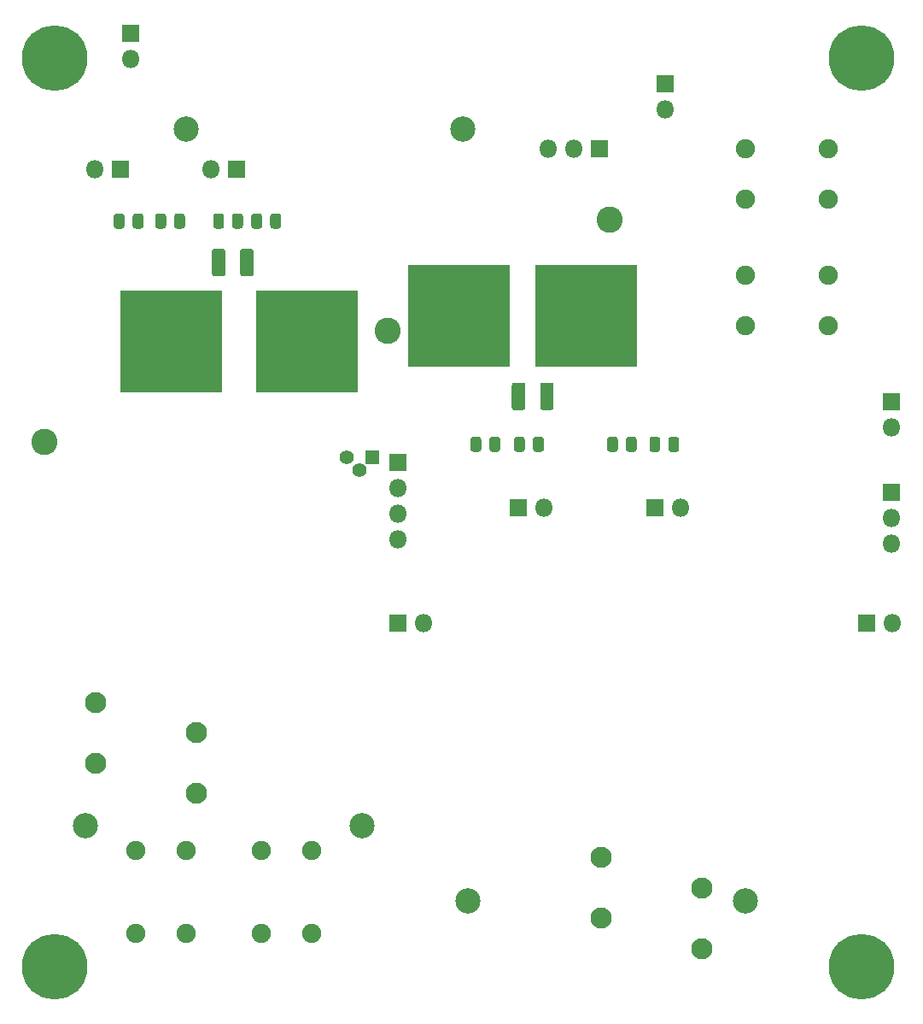
<source format=gbs>
G04 #@! TF.GenerationSoftware,KiCad,Pcbnew,5.1.6-c6e7f7d~86~ubuntu20.04.1*
G04 #@! TF.CreationDate,2020-09-04T11:15:15+02:00*
G04 #@! TF.ProjectId,Power,506f7765-722e-46b6-9963-61645f706362,rev?*
G04 #@! TF.SameCoordinates,Original*
G04 #@! TF.FileFunction,Soldermask,Bot*
G04 #@! TF.FilePolarity,Negative*
%FSLAX46Y46*%
G04 Gerber Fmt 4.6, Leading zero omitted, Abs format (unit mm)*
G04 Created by KiCad (PCBNEW 5.1.6-c6e7f7d~86~ubuntu20.04.1) date 2020-09-04 11:15:15*
%MOMM*%
%LPD*%
G01*
G04 APERTURE LIST*
%ADD10C,0.100000*%
%ADD11C,2.500000*%
%ADD12O,1.800000X1.800000*%
%ADD13R,1.800000X1.800000*%
%ADD14C,2.600000*%
%ADD15C,2.100000*%
%ADD16C,0.900000*%
%ADD17C,6.500000*%
%ADD18C,1.903400*%
%ADD19R,1.400000X1.400000*%
%ADD20C,1.400000*%
G04 APERTURE END LIST*
D10*
G36*
X92000000Y-77500000D02*
G01*
X82000000Y-77500000D01*
X82000000Y-67500000D01*
X92000000Y-67500000D01*
X92000000Y-77500000D01*
G37*
X92000000Y-77500000D02*
X82000000Y-77500000D01*
X82000000Y-67500000D01*
X92000000Y-67500000D01*
X92000000Y-77500000D01*
G36*
X77000000Y-80000000D02*
G01*
X67000000Y-80000000D01*
X67000000Y-70000000D01*
X77000000Y-70000000D01*
X77000000Y-80000000D01*
G37*
X77000000Y-80000000D02*
X67000000Y-80000000D01*
X67000000Y-70000000D01*
X77000000Y-70000000D01*
X77000000Y-80000000D01*
G36*
X104675000Y-77490000D02*
G01*
X94675000Y-77490000D01*
X94675000Y-67490000D01*
X104675000Y-67490000D01*
X104675000Y-77490000D01*
G37*
X104675000Y-77490000D02*
X94675000Y-77490000D01*
X94675000Y-67490000D01*
X104675000Y-67490000D01*
X104675000Y-77490000D01*
G36*
X63500000Y-80000000D02*
G01*
X53500000Y-80000000D01*
X53500000Y-70000000D01*
X63500000Y-70000000D01*
X63500000Y-80000000D01*
G37*
X63500000Y-80000000D02*
X53500000Y-80000000D01*
X53500000Y-70000000D01*
X63500000Y-70000000D01*
X63500000Y-80000000D01*
D11*
X115500000Y-130500000D03*
X88000000Y-130500000D03*
X50000000Y-123000000D03*
X77500000Y-123000000D03*
X87500000Y-54000000D03*
X60000000Y-54000000D03*
D12*
X54500000Y-47040000D03*
D13*
X54500000Y-44500000D03*
D12*
X83540000Y-103000000D03*
D13*
X81000000Y-103000000D03*
X130000000Y-90000000D03*
D12*
X130040000Y-103000000D03*
D13*
X127500000Y-103000000D03*
D12*
X130000000Y-92540000D03*
X130000000Y-95080000D03*
D13*
X81000000Y-87000000D03*
D12*
X81000000Y-89540000D03*
X81000000Y-92080000D03*
X81000000Y-94620000D03*
X130000000Y-83540000D03*
D13*
X130000000Y-81000000D03*
D12*
X62460000Y-58000000D03*
D13*
X65000000Y-58000000D03*
D12*
X50960000Y-58000000D03*
D13*
X53500000Y-58000000D03*
D12*
X95540000Y-91500000D03*
D13*
X93000000Y-91500000D03*
D12*
X109040000Y-91500000D03*
D13*
X106500000Y-91500000D03*
X107500000Y-49500000D03*
D12*
X107500000Y-52040000D03*
X95920000Y-56000000D03*
D13*
X101000000Y-56000000D03*
D12*
X98460000Y-56000000D03*
D14*
X102000000Y-63000000D03*
X80000000Y-74000000D03*
X46000000Y-85000000D03*
G36*
G01*
X63925000Y-66145000D02*
X63925000Y-68355000D01*
G75*
G02*
X63655000Y-68625000I-270000J0D01*
G01*
X62845000Y-68625000D01*
G75*
G02*
X62575000Y-68355000I0J270000D01*
G01*
X62575000Y-66145000D01*
G75*
G02*
X62845000Y-65875000I270000J0D01*
G01*
X63655000Y-65875000D01*
G75*
G02*
X63925000Y-66145000I0J-270000D01*
G01*
G37*
G36*
G01*
X66725000Y-66145000D02*
X66725000Y-68355000D01*
G75*
G02*
X66455000Y-68625000I-270000J0D01*
G01*
X65645000Y-68625000D01*
G75*
G02*
X65375000Y-68355000I0J270000D01*
G01*
X65375000Y-66145000D01*
G75*
G02*
X65645000Y-65875000I270000J0D01*
G01*
X66455000Y-65875000D01*
G75*
G02*
X66725000Y-66145000I0J-270000D01*
G01*
G37*
G36*
G01*
X95125000Y-81605000D02*
X95125000Y-79395000D01*
G75*
G02*
X95395000Y-79125000I270000J0D01*
G01*
X96205000Y-79125000D01*
G75*
G02*
X96475000Y-79395000I0J-270000D01*
G01*
X96475000Y-81605000D01*
G75*
G02*
X96205000Y-81875000I-270000J0D01*
G01*
X95395000Y-81875000D01*
G75*
G02*
X95125000Y-81605000I0J270000D01*
G01*
G37*
G36*
G01*
X92325000Y-81605000D02*
X92325000Y-79395000D01*
G75*
G02*
X92595000Y-79125000I270000J0D01*
G01*
X93405000Y-79125000D01*
G75*
G02*
X93675000Y-79395000I0J-270000D01*
G01*
X93675000Y-81605000D01*
G75*
G02*
X93405000Y-81875000I-270000J0D01*
G01*
X92595000Y-81875000D01*
G75*
G02*
X92325000Y-81605000I0J270000D01*
G01*
G37*
G36*
G01*
X63787500Y-62653750D02*
X63787500Y-63616250D01*
G75*
G02*
X63518750Y-63885000I-268750J0D01*
G01*
X62981250Y-63885000D01*
G75*
G02*
X62712500Y-63616250I0J268750D01*
G01*
X62712500Y-62653750D01*
G75*
G02*
X62981250Y-62385000I268750J0D01*
G01*
X63518750Y-62385000D01*
G75*
G02*
X63787500Y-62653750I0J-268750D01*
G01*
G37*
G36*
G01*
X65662500Y-62653750D02*
X65662500Y-63616250D01*
G75*
G02*
X65393750Y-63885000I-268750J0D01*
G01*
X64856250Y-63885000D01*
G75*
G02*
X64587500Y-63616250I0J268750D01*
G01*
X64587500Y-62653750D01*
G75*
G02*
X64856250Y-62385000I268750J0D01*
G01*
X65393750Y-62385000D01*
G75*
G02*
X65662500Y-62653750I0J-268750D01*
G01*
G37*
G36*
G01*
X94420000Y-85731250D02*
X94420000Y-84768750D01*
G75*
G02*
X94688750Y-84500000I268750J0D01*
G01*
X95226250Y-84500000D01*
G75*
G02*
X95495000Y-84768750I0J-268750D01*
G01*
X95495000Y-85731250D01*
G75*
G02*
X95226250Y-86000000I-268750J0D01*
G01*
X94688750Y-86000000D01*
G75*
G02*
X94420000Y-85731250I0J268750D01*
G01*
G37*
G36*
G01*
X92545000Y-85731250D02*
X92545000Y-84768750D01*
G75*
G02*
X92813750Y-84500000I268750J0D01*
G01*
X93351250Y-84500000D01*
G75*
G02*
X93620000Y-84768750I0J-268750D01*
G01*
X93620000Y-85731250D01*
G75*
G02*
X93351250Y-86000000I-268750J0D01*
G01*
X92813750Y-86000000D01*
G75*
G02*
X92545000Y-85731250I0J268750D01*
G01*
G37*
G36*
G01*
X53925000Y-62653750D02*
X53925000Y-63616250D01*
G75*
G02*
X53656250Y-63885000I-268750J0D01*
G01*
X53118750Y-63885000D01*
G75*
G02*
X52850000Y-63616250I0J268750D01*
G01*
X52850000Y-62653750D01*
G75*
G02*
X53118750Y-62385000I268750J0D01*
G01*
X53656250Y-62385000D01*
G75*
G02*
X53925000Y-62653750I0J-268750D01*
G01*
G37*
G36*
G01*
X55800000Y-62653750D02*
X55800000Y-63616250D01*
G75*
G02*
X55531250Y-63885000I-268750J0D01*
G01*
X54993750Y-63885000D01*
G75*
G02*
X54725000Y-63616250I0J268750D01*
G01*
X54725000Y-62653750D01*
G75*
G02*
X54993750Y-62385000I268750J0D01*
G01*
X55531250Y-62385000D01*
G75*
G02*
X55800000Y-62653750I0J-268750D01*
G01*
G37*
G36*
G01*
X107837500Y-85731250D02*
X107837500Y-84768750D01*
G75*
G02*
X108106250Y-84500000I268750J0D01*
G01*
X108643750Y-84500000D01*
G75*
G02*
X108912500Y-84768750I0J-268750D01*
G01*
X108912500Y-85731250D01*
G75*
G02*
X108643750Y-86000000I-268750J0D01*
G01*
X108106250Y-86000000D01*
G75*
G02*
X107837500Y-85731250I0J268750D01*
G01*
G37*
G36*
G01*
X105962500Y-85731250D02*
X105962500Y-84768750D01*
G75*
G02*
X106231250Y-84500000I268750J0D01*
G01*
X106768750Y-84500000D01*
G75*
G02*
X107037500Y-84768750I0J-268750D01*
G01*
X107037500Y-85731250D01*
G75*
G02*
X106768750Y-86000000I-268750J0D01*
G01*
X106231250Y-86000000D01*
G75*
G02*
X105962500Y-85731250I0J268750D01*
G01*
G37*
G36*
G01*
X67562500Y-62653750D02*
X67562500Y-63616250D01*
G75*
G02*
X67293750Y-63885000I-268750J0D01*
G01*
X66756250Y-63885000D01*
G75*
G02*
X66487500Y-63616250I0J268750D01*
G01*
X66487500Y-62653750D01*
G75*
G02*
X66756250Y-62385000I268750J0D01*
G01*
X67293750Y-62385000D01*
G75*
G02*
X67562500Y-62653750I0J-268750D01*
G01*
G37*
G36*
G01*
X69437500Y-62653750D02*
X69437500Y-63616250D01*
G75*
G02*
X69168750Y-63885000I-268750J0D01*
G01*
X68631250Y-63885000D01*
G75*
G02*
X68362500Y-63616250I0J268750D01*
G01*
X68362500Y-62653750D01*
G75*
G02*
X68631250Y-62385000I268750J0D01*
G01*
X69168750Y-62385000D01*
G75*
G02*
X69437500Y-62653750I0J-268750D01*
G01*
G37*
G36*
G01*
X90100000Y-85731250D02*
X90100000Y-84768750D01*
G75*
G02*
X90368750Y-84500000I268750J0D01*
G01*
X90906250Y-84500000D01*
G75*
G02*
X91175000Y-84768750I0J-268750D01*
G01*
X91175000Y-85731250D01*
G75*
G02*
X90906250Y-86000000I-268750J0D01*
G01*
X90368750Y-86000000D01*
G75*
G02*
X90100000Y-85731250I0J268750D01*
G01*
G37*
G36*
G01*
X88225000Y-85731250D02*
X88225000Y-84768750D01*
G75*
G02*
X88493750Y-84500000I268750J0D01*
G01*
X89031250Y-84500000D01*
G75*
G02*
X89300000Y-84768750I0J-268750D01*
G01*
X89300000Y-85731250D01*
G75*
G02*
X89031250Y-86000000I-268750J0D01*
G01*
X88493750Y-86000000D01*
G75*
G02*
X88225000Y-85731250I0J268750D01*
G01*
G37*
G36*
G01*
X58037500Y-62653750D02*
X58037500Y-63616250D01*
G75*
G02*
X57768750Y-63885000I-268750J0D01*
G01*
X57231250Y-63885000D01*
G75*
G02*
X56962500Y-63616250I0J268750D01*
G01*
X56962500Y-62653750D01*
G75*
G02*
X57231250Y-62385000I268750J0D01*
G01*
X57768750Y-62385000D01*
G75*
G02*
X58037500Y-62653750I0J-268750D01*
G01*
G37*
G36*
G01*
X59912500Y-62653750D02*
X59912500Y-63616250D01*
G75*
G02*
X59643750Y-63885000I-268750J0D01*
G01*
X59106250Y-63885000D01*
G75*
G02*
X58837500Y-63616250I0J268750D01*
G01*
X58837500Y-62653750D01*
G75*
G02*
X59106250Y-62385000I268750J0D01*
G01*
X59643750Y-62385000D01*
G75*
G02*
X59912500Y-62653750I0J-268750D01*
G01*
G37*
G36*
G01*
X103635000Y-85731250D02*
X103635000Y-84768750D01*
G75*
G02*
X103903750Y-84500000I268750J0D01*
G01*
X104441250Y-84500000D01*
G75*
G02*
X104710000Y-84768750I0J-268750D01*
G01*
X104710000Y-85731250D01*
G75*
G02*
X104441250Y-86000000I-268750J0D01*
G01*
X103903750Y-86000000D01*
G75*
G02*
X103635000Y-85731250I0J268750D01*
G01*
G37*
G36*
G01*
X101760000Y-85731250D02*
X101760000Y-84768750D01*
G75*
G02*
X102028750Y-84500000I268750J0D01*
G01*
X102566250Y-84500000D01*
G75*
G02*
X102835000Y-84768750I0J-268750D01*
G01*
X102835000Y-85731250D01*
G75*
G02*
X102566250Y-86000000I-268750J0D01*
G01*
X102028750Y-86000000D01*
G75*
G02*
X101760000Y-85731250I0J268750D01*
G01*
G37*
D15*
X51060000Y-116810000D03*
X61060000Y-119810000D03*
X51060000Y-110810000D03*
X61060000Y-113810000D03*
X101135000Y-132175000D03*
X111135000Y-135175000D03*
X101135000Y-126175000D03*
X111135000Y-129175000D03*
D16*
X48697056Y-45302944D03*
X47000000Y-44600000D03*
X45302944Y-45302944D03*
X44600000Y-47000000D03*
X45302944Y-48697056D03*
X47000000Y-49400000D03*
X48697056Y-48697056D03*
X49400000Y-47000000D03*
D17*
X47000000Y-47000000D03*
D16*
X128697056Y-45302944D03*
X127000000Y-44600000D03*
X125302944Y-45302944D03*
X124600000Y-47000000D03*
X125302944Y-48697056D03*
X127000000Y-49400000D03*
X128697056Y-48697056D03*
X129400000Y-47000000D03*
D17*
X127000000Y-47000000D03*
D16*
X48697056Y-135302944D03*
X47000000Y-134600000D03*
X45302944Y-135302944D03*
X44600000Y-137000000D03*
X45302944Y-138697056D03*
X47000000Y-139400000D03*
X48697056Y-138697056D03*
X49400000Y-137000000D03*
D17*
X47000000Y-137000000D03*
D16*
X128697056Y-135302944D03*
X127000000Y-134600000D03*
X125302944Y-135302944D03*
X124600000Y-137000000D03*
X125302944Y-138697056D03*
X127000000Y-139400000D03*
X128697056Y-138697056D03*
X129400000Y-137000000D03*
D17*
X127000000Y-137000000D03*
D18*
X60000000Y-133699999D03*
X55000000Y-133699999D03*
X60000000Y-125500000D03*
X55000000Y-125500000D03*
X72500000Y-133699999D03*
X67500000Y-133699999D03*
X72500000Y-125500000D03*
X67500000Y-125500000D03*
X123699999Y-56000000D03*
X123699999Y-61000000D03*
X115500000Y-56000000D03*
X115500000Y-61000000D03*
X123699999Y-68500000D03*
X123699999Y-73500000D03*
X115500000Y-68500000D03*
X115500000Y-73500000D03*
D19*
X78500000Y-86500000D03*
D20*
X75960000Y-86500000D03*
X77230000Y-87770000D03*
M02*

</source>
